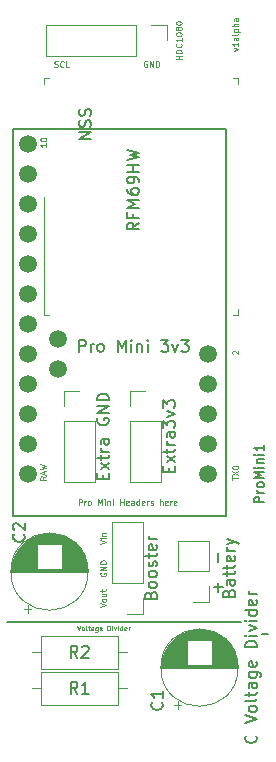
<source format=gbr>
%TF.GenerationSoftware,KiCad,Pcbnew,6.0.2+dfsg-1*%
%TF.CreationDate,2022-08-09T13:08:27+02:00*%
%TF.ProjectId,shield,73686965-6c64-42e6-9b69-6361645f7063,rev?*%
%TF.SameCoordinates,Original*%
%TF.FileFunction,Legend,Top*%
%TF.FilePolarity,Positive*%
%FSLAX46Y46*%
G04 Gerber Fmt 4.6, Leading zero omitted, Abs format (unit mm)*
G04 Created by KiCad (PCBNEW 6.0.2+dfsg-1) date 2022-08-09 13:08:27*
%MOMM*%
%LPD*%
G01*
G04 APERTURE LIST*
%ADD10C,0.150000*%
%ADD11C,0.125000*%
%ADD12C,0.100000*%
%ADD13C,0.160000*%
%ADD14C,0.120000*%
%ADD15C,1.501140*%
G04 APERTURE END LIST*
D10*
X115062000Y-103124000D02*
X115570000Y-103124000D01*
X113284000Y-102108000D02*
X93472000Y-102108000D01*
D11*
X112668857Y-53716857D02*
X113002190Y-53597809D01*
X112668857Y-53478761D01*
X113002190Y-53026380D02*
X113002190Y-53312095D01*
X113002190Y-53169238D02*
X112502190Y-53169238D01*
X112573619Y-53216857D01*
X112621238Y-53264476D01*
X112645047Y-53312095D01*
X113002190Y-52597809D02*
X112740285Y-52597809D01*
X112692666Y-52621619D01*
X112668857Y-52669238D01*
X112668857Y-52764476D01*
X112692666Y-52812095D01*
X112978380Y-52597809D02*
X113002190Y-52645428D01*
X113002190Y-52764476D01*
X112978380Y-52812095D01*
X112930761Y-52835904D01*
X112883142Y-52835904D01*
X112835523Y-52812095D01*
X112811714Y-52764476D01*
X112811714Y-52645428D01*
X112787904Y-52597809D01*
X113002190Y-52288285D02*
X112978380Y-52335904D01*
X112930761Y-52359714D01*
X112502190Y-52359714D01*
X112668857Y-52097809D02*
X113168857Y-52097809D01*
X112692666Y-52097809D02*
X112668857Y-52050190D01*
X112668857Y-51954952D01*
X112692666Y-51907333D01*
X112716476Y-51883523D01*
X112764095Y-51859714D01*
X112906952Y-51859714D01*
X112954571Y-51883523D01*
X112978380Y-51907333D01*
X113002190Y-51954952D01*
X113002190Y-52050190D01*
X112978380Y-52097809D01*
X113002190Y-51645428D02*
X112502190Y-51645428D01*
X113002190Y-51431142D02*
X112740285Y-51431142D01*
X112692666Y-51454952D01*
X112668857Y-51502571D01*
X112668857Y-51574000D01*
X112692666Y-51621619D01*
X112716476Y-51645428D01*
X113002190Y-50978761D02*
X112740285Y-50978761D01*
X112692666Y-51002571D01*
X112668857Y-51050190D01*
X112668857Y-51145428D01*
X112692666Y-51193047D01*
X112978380Y-50978761D02*
X113002190Y-51026380D01*
X113002190Y-51145428D01*
X112978380Y-51193047D01*
X112930761Y-51216857D01*
X112883142Y-51216857D01*
X112835523Y-51193047D01*
X112811714Y-51145428D01*
X112811714Y-51026380D01*
X112787904Y-50978761D01*
D10*
X105592571Y-99797904D02*
X105640190Y-99655047D01*
X105687809Y-99607428D01*
X105783047Y-99559809D01*
X105925904Y-99559809D01*
X106021142Y-99607428D01*
X106068761Y-99655047D01*
X106116380Y-99750285D01*
X106116380Y-100131238D01*
X105116380Y-100131238D01*
X105116380Y-99797904D01*
X105164000Y-99702666D01*
X105211619Y-99655047D01*
X105306857Y-99607428D01*
X105402095Y-99607428D01*
X105497333Y-99655047D01*
X105544952Y-99702666D01*
X105592571Y-99797904D01*
X105592571Y-100131238D01*
X106116380Y-98988380D02*
X106068761Y-99083619D01*
X106021142Y-99131238D01*
X105925904Y-99178857D01*
X105640190Y-99178857D01*
X105544952Y-99131238D01*
X105497333Y-99083619D01*
X105449714Y-98988380D01*
X105449714Y-98845523D01*
X105497333Y-98750285D01*
X105544952Y-98702666D01*
X105640190Y-98655047D01*
X105925904Y-98655047D01*
X106021142Y-98702666D01*
X106068761Y-98750285D01*
X106116380Y-98845523D01*
X106116380Y-98988380D01*
X106116380Y-98083619D02*
X106068761Y-98178857D01*
X106021142Y-98226476D01*
X105925904Y-98274095D01*
X105640190Y-98274095D01*
X105544952Y-98226476D01*
X105497333Y-98178857D01*
X105449714Y-98083619D01*
X105449714Y-97940761D01*
X105497333Y-97845523D01*
X105544952Y-97797904D01*
X105640190Y-97750285D01*
X105925904Y-97750285D01*
X106021142Y-97797904D01*
X106068761Y-97845523D01*
X106116380Y-97940761D01*
X106116380Y-98083619D01*
X106068761Y-97369333D02*
X106116380Y-97274095D01*
X106116380Y-97083619D01*
X106068761Y-96988380D01*
X105973523Y-96940761D01*
X105925904Y-96940761D01*
X105830666Y-96988380D01*
X105783047Y-97083619D01*
X105783047Y-97226476D01*
X105735428Y-97321714D01*
X105640190Y-97369333D01*
X105592571Y-97369333D01*
X105497333Y-97321714D01*
X105449714Y-97226476D01*
X105449714Y-97083619D01*
X105497333Y-96988380D01*
X105449714Y-96655047D02*
X105449714Y-96274095D01*
X105116380Y-96512190D02*
X105973523Y-96512190D01*
X106068761Y-96464571D01*
X106116380Y-96369333D01*
X106116380Y-96274095D01*
X106068761Y-95559809D02*
X106116380Y-95655047D01*
X106116380Y-95845523D01*
X106068761Y-95940761D01*
X105973523Y-95988380D01*
X105592571Y-95988380D01*
X105497333Y-95940761D01*
X105449714Y-95845523D01*
X105449714Y-95655047D01*
X105497333Y-95559809D01*
X105592571Y-95512190D01*
X105687809Y-95512190D01*
X105783047Y-95988380D01*
X106116380Y-95083619D02*
X105449714Y-95083619D01*
X105640190Y-95083619D02*
X105544952Y-95036000D01*
X105497333Y-94988380D01*
X105449714Y-94893142D01*
X105449714Y-94797904D01*
D11*
X99489142Y-92174190D02*
X99489142Y-91674190D01*
X99679619Y-91674190D01*
X99727238Y-91698000D01*
X99751047Y-91721809D01*
X99774857Y-91769428D01*
X99774857Y-91840857D01*
X99751047Y-91888476D01*
X99727238Y-91912285D01*
X99679619Y-91936095D01*
X99489142Y-91936095D01*
X99989142Y-92174190D02*
X99989142Y-91840857D01*
X99989142Y-91936095D02*
X100012952Y-91888476D01*
X100036761Y-91864666D01*
X100084380Y-91840857D01*
X100132000Y-91840857D01*
X100370095Y-92174190D02*
X100322476Y-92150380D01*
X100298666Y-92126571D01*
X100274857Y-92078952D01*
X100274857Y-91936095D01*
X100298666Y-91888476D01*
X100322476Y-91864666D01*
X100370095Y-91840857D01*
X100441523Y-91840857D01*
X100489142Y-91864666D01*
X100512952Y-91888476D01*
X100536761Y-91936095D01*
X100536761Y-92078952D01*
X100512952Y-92126571D01*
X100489142Y-92150380D01*
X100441523Y-92174190D01*
X100370095Y-92174190D01*
X101132000Y-92174190D02*
X101132000Y-91674190D01*
X101298666Y-92031333D01*
X101465333Y-91674190D01*
X101465333Y-92174190D01*
X101703428Y-92174190D02*
X101703428Y-91840857D01*
X101703428Y-91674190D02*
X101679619Y-91698000D01*
X101703428Y-91721809D01*
X101727238Y-91698000D01*
X101703428Y-91674190D01*
X101703428Y-91721809D01*
X101941523Y-91840857D02*
X101941523Y-92174190D01*
X101941523Y-91888476D02*
X101965333Y-91864666D01*
X102012952Y-91840857D01*
X102084380Y-91840857D01*
X102132000Y-91864666D01*
X102155809Y-91912285D01*
X102155809Y-92174190D01*
X102393904Y-92174190D02*
X102393904Y-91840857D01*
X102393904Y-91674190D02*
X102370095Y-91698000D01*
X102393904Y-91721809D01*
X102417714Y-91698000D01*
X102393904Y-91674190D01*
X102393904Y-91721809D01*
X103012952Y-92174190D02*
X103012952Y-91674190D01*
X103012952Y-91912285D02*
X103298666Y-91912285D01*
X103298666Y-92174190D02*
X103298666Y-91674190D01*
X103727238Y-92150380D02*
X103679619Y-92174190D01*
X103584380Y-92174190D01*
X103536761Y-92150380D01*
X103512952Y-92102761D01*
X103512952Y-91912285D01*
X103536761Y-91864666D01*
X103584380Y-91840857D01*
X103679619Y-91840857D01*
X103727238Y-91864666D01*
X103751047Y-91912285D01*
X103751047Y-91959904D01*
X103512952Y-92007523D01*
X104179619Y-92174190D02*
X104179619Y-91912285D01*
X104155809Y-91864666D01*
X104108190Y-91840857D01*
X104012952Y-91840857D01*
X103965333Y-91864666D01*
X104179619Y-92150380D02*
X104132000Y-92174190D01*
X104012952Y-92174190D01*
X103965333Y-92150380D01*
X103941523Y-92102761D01*
X103941523Y-92055142D01*
X103965333Y-92007523D01*
X104012952Y-91983714D01*
X104132000Y-91983714D01*
X104179619Y-91959904D01*
X104632000Y-92174190D02*
X104632000Y-91674190D01*
X104632000Y-92150380D02*
X104584380Y-92174190D01*
X104489142Y-92174190D01*
X104441523Y-92150380D01*
X104417714Y-92126571D01*
X104393904Y-92078952D01*
X104393904Y-91936095D01*
X104417714Y-91888476D01*
X104441523Y-91864666D01*
X104489142Y-91840857D01*
X104584380Y-91840857D01*
X104632000Y-91864666D01*
X105060571Y-92150380D02*
X105012952Y-92174190D01*
X104917714Y-92174190D01*
X104870095Y-92150380D01*
X104846285Y-92102761D01*
X104846285Y-91912285D01*
X104870095Y-91864666D01*
X104917714Y-91840857D01*
X105012952Y-91840857D01*
X105060571Y-91864666D01*
X105084380Y-91912285D01*
X105084380Y-91959904D01*
X104846285Y-92007523D01*
X105298666Y-92174190D02*
X105298666Y-91840857D01*
X105298666Y-91936095D02*
X105322476Y-91888476D01*
X105346285Y-91864666D01*
X105393904Y-91840857D01*
X105441523Y-91840857D01*
X105584380Y-92150380D02*
X105632000Y-92174190D01*
X105727238Y-92174190D01*
X105774857Y-92150380D01*
X105798666Y-92102761D01*
X105798666Y-92078952D01*
X105774857Y-92031333D01*
X105727238Y-92007523D01*
X105655809Y-92007523D01*
X105608190Y-91983714D01*
X105584380Y-91936095D01*
X105584380Y-91912285D01*
X105608190Y-91864666D01*
X105655809Y-91840857D01*
X105727238Y-91840857D01*
X105774857Y-91864666D01*
X106393904Y-92174190D02*
X106393904Y-91674190D01*
X106608190Y-92174190D02*
X106608190Y-91912285D01*
X106584380Y-91864666D01*
X106536761Y-91840857D01*
X106465333Y-91840857D01*
X106417714Y-91864666D01*
X106393904Y-91888476D01*
X107036761Y-92150380D02*
X106989142Y-92174190D01*
X106893904Y-92174190D01*
X106846285Y-92150380D01*
X106822476Y-92102761D01*
X106822476Y-91912285D01*
X106846285Y-91864666D01*
X106893904Y-91840857D01*
X106989142Y-91840857D01*
X107036761Y-91864666D01*
X107060571Y-91912285D01*
X107060571Y-91959904D01*
X106822476Y-92007523D01*
X107274857Y-92174190D02*
X107274857Y-91840857D01*
X107274857Y-91936095D02*
X107298666Y-91888476D01*
X107322476Y-91864666D01*
X107370095Y-91840857D01*
X107417714Y-91840857D01*
X107774857Y-92150380D02*
X107727238Y-92174190D01*
X107632000Y-92174190D01*
X107584380Y-92150380D01*
X107560571Y-92102761D01*
X107560571Y-91912285D01*
X107584380Y-91864666D01*
X107632000Y-91840857D01*
X107727238Y-91840857D01*
X107774857Y-91864666D01*
X107798666Y-91912285D01*
X107798666Y-91959904D01*
X107560571Y-92007523D01*
X101350000Y-97916952D02*
X101326190Y-97964571D01*
X101326190Y-98036000D01*
X101350000Y-98107428D01*
X101397619Y-98155047D01*
X101445238Y-98178857D01*
X101540476Y-98202666D01*
X101611904Y-98202666D01*
X101707142Y-98178857D01*
X101754761Y-98155047D01*
X101802380Y-98107428D01*
X101826190Y-98036000D01*
X101826190Y-97988380D01*
X101802380Y-97916952D01*
X101778571Y-97893142D01*
X101611904Y-97893142D01*
X101611904Y-97988380D01*
X101826190Y-97678857D02*
X101326190Y-97678857D01*
X101826190Y-97393142D01*
X101326190Y-97393142D01*
X101826190Y-97155047D02*
X101326190Y-97155047D01*
X101326190Y-97036000D01*
X101350000Y-96964571D01*
X101397619Y-96916952D01*
X101445238Y-96893142D01*
X101540476Y-96869333D01*
X101611904Y-96869333D01*
X101707142Y-96893142D01*
X101754761Y-96916952D01*
X101802380Y-96964571D01*
X101826190Y-97036000D01*
X101826190Y-97155047D01*
X112549809Y-79390857D02*
X112526000Y-79367047D01*
X112502190Y-79319428D01*
X112502190Y-79200380D01*
X112526000Y-79152761D01*
X112549809Y-79128952D01*
X112597428Y-79105142D01*
X112645047Y-79105142D01*
X112716476Y-79128952D01*
X113002190Y-79414666D01*
X113002190Y-79105142D01*
X112502190Y-90027047D02*
X112502190Y-89741333D01*
X113002190Y-89884190D02*
X112502190Y-89884190D01*
X112502190Y-89622285D02*
X113002190Y-89288952D01*
X112502190Y-89288952D02*
X113002190Y-89622285D01*
X112502190Y-89003238D02*
X112502190Y-88955619D01*
X112526000Y-88908000D01*
X112549809Y-88884190D01*
X112597428Y-88860380D01*
X112692666Y-88836571D01*
X112811714Y-88836571D01*
X112906952Y-88860380D01*
X112954571Y-88884190D01*
X112978380Y-88908000D01*
X113002190Y-88955619D01*
X113002190Y-89003238D01*
X112978380Y-89050857D01*
X112954571Y-89074666D01*
X112906952Y-89098476D01*
X112811714Y-89122285D01*
X112692666Y-89122285D01*
X112597428Y-89098476D01*
X112549809Y-89074666D01*
X112526000Y-89050857D01*
X112502190Y-89003238D01*
D10*
X112196571Y-99607428D02*
X112244190Y-99464571D01*
X112291809Y-99416952D01*
X112387047Y-99369333D01*
X112529904Y-99369333D01*
X112625142Y-99416952D01*
X112672761Y-99464571D01*
X112720380Y-99559809D01*
X112720380Y-99940761D01*
X111720380Y-99940761D01*
X111720380Y-99607428D01*
X111768000Y-99512190D01*
X111815619Y-99464571D01*
X111910857Y-99416952D01*
X112006095Y-99416952D01*
X112101333Y-99464571D01*
X112148952Y-99512190D01*
X112196571Y-99607428D01*
X112196571Y-99940761D01*
X112720380Y-98512190D02*
X112196571Y-98512190D01*
X112101333Y-98559809D01*
X112053714Y-98655047D01*
X112053714Y-98845523D01*
X112101333Y-98940761D01*
X112672761Y-98512190D02*
X112720380Y-98607428D01*
X112720380Y-98845523D01*
X112672761Y-98940761D01*
X112577523Y-98988380D01*
X112482285Y-98988380D01*
X112387047Y-98940761D01*
X112339428Y-98845523D01*
X112339428Y-98607428D01*
X112291809Y-98512190D01*
X112053714Y-98178857D02*
X112053714Y-97797904D01*
X111720380Y-98036000D02*
X112577523Y-98036000D01*
X112672761Y-97988380D01*
X112720380Y-97893142D01*
X112720380Y-97797904D01*
X112053714Y-97607428D02*
X112053714Y-97226476D01*
X111720380Y-97464571D02*
X112577523Y-97464571D01*
X112672761Y-97416952D01*
X112720380Y-97321714D01*
X112720380Y-97226476D01*
X112672761Y-96512190D02*
X112720380Y-96607428D01*
X112720380Y-96797904D01*
X112672761Y-96893142D01*
X112577523Y-96940761D01*
X112196571Y-96940761D01*
X112101333Y-96893142D01*
X112053714Y-96797904D01*
X112053714Y-96607428D01*
X112101333Y-96512190D01*
X112196571Y-96464571D01*
X112291809Y-96464571D01*
X112387047Y-96940761D01*
X112720380Y-96036000D02*
X112053714Y-96036000D01*
X112244190Y-96036000D02*
X112148952Y-95988380D01*
X112101333Y-95940761D01*
X112053714Y-95845523D01*
X112053714Y-95750285D01*
X112053714Y-95512190D02*
X112720380Y-95274095D01*
X112053714Y-95036000D02*
X112720380Y-95274095D01*
X112958476Y-95369333D01*
X113006095Y-95416952D01*
X113053714Y-95512190D01*
X111323428Y-99528573D02*
X111323428Y-98766668D01*
X111704380Y-99147621D02*
X110942476Y-99147621D01*
D11*
X96746190Y-61563238D02*
X96746190Y-61848952D01*
X96746190Y-61706095D02*
X96246190Y-61706095D01*
X96317619Y-61753714D01*
X96365238Y-61801333D01*
X96389047Y-61848952D01*
X96246190Y-61253714D02*
X96246190Y-61206095D01*
X96270000Y-61158476D01*
X96293809Y-61134666D01*
X96341428Y-61110857D01*
X96436666Y-61087047D01*
X96555714Y-61087047D01*
X96650952Y-61110857D01*
X96698571Y-61134666D01*
X96722380Y-61158476D01*
X96746190Y-61206095D01*
X96746190Y-61253714D01*
X96722380Y-61301333D01*
X96698571Y-61325142D01*
X96650952Y-61348952D01*
X96555714Y-61372761D01*
X96436666Y-61372761D01*
X96341428Y-61348952D01*
X96293809Y-61325142D01*
X96270000Y-61301333D01*
X96246190Y-61253714D01*
X101326190Y-95507904D02*
X101826190Y-95341238D01*
X101326190Y-95174571D01*
X101826190Y-95007904D02*
X101492857Y-95007904D01*
X101326190Y-95007904D02*
X101350000Y-95031714D01*
X101373809Y-95007904D01*
X101350000Y-94984095D01*
X101326190Y-95007904D01*
X101373809Y-95007904D01*
X101492857Y-94769809D02*
X101826190Y-94769809D01*
X101540476Y-94769809D02*
X101516666Y-94746000D01*
X101492857Y-94698380D01*
X101492857Y-94626952D01*
X101516666Y-94579333D01*
X101564285Y-94555523D01*
X101826190Y-94555523D01*
X96746190Y-89753238D02*
X96508095Y-89919904D01*
X96746190Y-90038952D02*
X96246190Y-90038952D01*
X96246190Y-89848476D01*
X96270000Y-89800857D01*
X96293809Y-89777047D01*
X96341428Y-89753238D01*
X96412857Y-89753238D01*
X96460476Y-89777047D01*
X96484285Y-89800857D01*
X96508095Y-89848476D01*
X96508095Y-90038952D01*
X96603333Y-89562761D02*
X96603333Y-89324666D01*
X96746190Y-89610380D02*
X96246190Y-89443714D01*
X96746190Y-89277047D01*
X96246190Y-89158000D02*
X96746190Y-89038952D01*
X96389047Y-88943714D01*
X96746190Y-88848476D01*
X96246190Y-88729428D01*
D10*
X111323428Y-96988573D02*
X111323428Y-96226668D01*
D11*
X105283047Y-54614000D02*
X105235428Y-54590190D01*
X105164000Y-54590190D01*
X105092571Y-54614000D01*
X105044952Y-54661619D01*
X105021142Y-54709238D01*
X104997333Y-54804476D01*
X104997333Y-54875904D01*
X105021142Y-54971142D01*
X105044952Y-55018761D01*
X105092571Y-55066380D01*
X105164000Y-55090190D01*
X105211619Y-55090190D01*
X105283047Y-55066380D01*
X105306857Y-55042571D01*
X105306857Y-54875904D01*
X105211619Y-54875904D01*
X105521142Y-55090190D02*
X105521142Y-54590190D01*
X105806857Y-55090190D01*
X105806857Y-54590190D01*
X106044952Y-55090190D02*
X106044952Y-54590190D01*
X106164000Y-54590190D01*
X106235428Y-54614000D01*
X106283047Y-54661619D01*
X106306857Y-54709238D01*
X106330666Y-54804476D01*
X106330666Y-54875904D01*
X106306857Y-54971142D01*
X106283047Y-55018761D01*
X106235428Y-55066380D01*
X106164000Y-55090190D01*
X106044952Y-55090190D01*
X97448761Y-55066380D02*
X97520190Y-55090190D01*
X97639238Y-55090190D01*
X97686857Y-55066380D01*
X97710666Y-55042571D01*
X97734476Y-54994952D01*
X97734476Y-54947333D01*
X97710666Y-54899714D01*
X97686857Y-54875904D01*
X97639238Y-54852095D01*
X97544000Y-54828285D01*
X97496380Y-54804476D01*
X97472571Y-54780666D01*
X97448761Y-54733047D01*
X97448761Y-54685428D01*
X97472571Y-54637809D01*
X97496380Y-54614000D01*
X97544000Y-54590190D01*
X97663047Y-54590190D01*
X97734476Y-54614000D01*
X98234476Y-55042571D02*
X98210666Y-55066380D01*
X98139238Y-55090190D01*
X98091619Y-55090190D01*
X98020190Y-55066380D01*
X97972571Y-55018761D01*
X97948761Y-54971142D01*
X97924952Y-54875904D01*
X97924952Y-54804476D01*
X97948761Y-54709238D01*
X97972571Y-54661619D01*
X98020190Y-54614000D01*
X98091619Y-54590190D01*
X98139238Y-54590190D01*
X98210666Y-54614000D01*
X98234476Y-54637809D01*
X98686857Y-55090190D02*
X98448761Y-55090190D01*
X98448761Y-54590190D01*
X101326190Y-100837904D02*
X101826190Y-100671238D01*
X101326190Y-100504571D01*
X101826190Y-100266476D02*
X101802380Y-100314095D01*
X101778571Y-100337904D01*
X101730952Y-100361714D01*
X101588095Y-100361714D01*
X101540476Y-100337904D01*
X101516666Y-100314095D01*
X101492857Y-100266476D01*
X101492857Y-100195047D01*
X101516666Y-100147428D01*
X101540476Y-100123619D01*
X101588095Y-100099809D01*
X101730952Y-100099809D01*
X101778571Y-100123619D01*
X101802380Y-100147428D01*
X101826190Y-100195047D01*
X101826190Y-100266476D01*
X101492857Y-99671238D02*
X101826190Y-99671238D01*
X101492857Y-99885523D02*
X101754761Y-99885523D01*
X101802380Y-99861714D01*
X101826190Y-99814095D01*
X101826190Y-99742666D01*
X101802380Y-99695047D01*
X101778571Y-99671238D01*
X101492857Y-99504571D02*
X101492857Y-99314095D01*
X101326190Y-99433142D02*
X101754761Y-99433142D01*
X101802380Y-99409333D01*
X101826190Y-99361714D01*
X101826190Y-99314095D01*
D12*
X99361904Y-102396952D02*
X99495238Y-102796952D01*
X99628571Y-102396952D01*
X99819047Y-102796952D02*
X99780952Y-102777904D01*
X99761904Y-102758857D01*
X99742857Y-102720761D01*
X99742857Y-102606476D01*
X99761904Y-102568380D01*
X99780952Y-102549333D01*
X99819047Y-102530285D01*
X99876190Y-102530285D01*
X99914285Y-102549333D01*
X99933333Y-102568380D01*
X99952380Y-102606476D01*
X99952380Y-102720761D01*
X99933333Y-102758857D01*
X99914285Y-102777904D01*
X99876190Y-102796952D01*
X99819047Y-102796952D01*
X100180952Y-102796952D02*
X100142857Y-102777904D01*
X100123809Y-102739809D01*
X100123809Y-102396952D01*
X100276190Y-102530285D02*
X100428571Y-102530285D01*
X100333333Y-102396952D02*
X100333333Y-102739809D01*
X100352380Y-102777904D01*
X100390476Y-102796952D01*
X100428571Y-102796952D01*
X100733333Y-102796952D02*
X100733333Y-102587428D01*
X100714285Y-102549333D01*
X100676190Y-102530285D01*
X100600000Y-102530285D01*
X100561904Y-102549333D01*
X100733333Y-102777904D02*
X100695238Y-102796952D01*
X100600000Y-102796952D01*
X100561904Y-102777904D01*
X100542857Y-102739809D01*
X100542857Y-102701714D01*
X100561904Y-102663619D01*
X100600000Y-102644571D01*
X100695238Y-102644571D01*
X100733333Y-102625523D01*
X101095238Y-102530285D02*
X101095238Y-102854095D01*
X101076190Y-102892190D01*
X101057142Y-102911238D01*
X101019047Y-102930285D01*
X100961904Y-102930285D01*
X100923809Y-102911238D01*
X101095238Y-102777904D02*
X101057142Y-102796952D01*
X100980952Y-102796952D01*
X100942857Y-102777904D01*
X100923809Y-102758857D01*
X100904761Y-102720761D01*
X100904761Y-102606476D01*
X100923809Y-102568380D01*
X100942857Y-102549333D01*
X100980952Y-102530285D01*
X101057142Y-102530285D01*
X101095238Y-102549333D01*
X101438095Y-102777904D02*
X101400000Y-102796952D01*
X101323809Y-102796952D01*
X101285714Y-102777904D01*
X101266666Y-102739809D01*
X101266666Y-102587428D01*
X101285714Y-102549333D01*
X101323809Y-102530285D01*
X101400000Y-102530285D01*
X101438095Y-102549333D01*
X101457142Y-102587428D01*
X101457142Y-102625523D01*
X101266666Y-102663619D01*
X101933333Y-102796952D02*
X101933333Y-102396952D01*
X102028571Y-102396952D01*
X102085714Y-102416000D01*
X102123809Y-102454095D01*
X102142857Y-102492190D01*
X102161904Y-102568380D01*
X102161904Y-102625523D01*
X102142857Y-102701714D01*
X102123809Y-102739809D01*
X102085714Y-102777904D01*
X102028571Y-102796952D01*
X101933333Y-102796952D01*
X102333333Y-102796952D02*
X102333333Y-102530285D01*
X102333333Y-102396952D02*
X102314285Y-102416000D01*
X102333333Y-102435047D01*
X102352380Y-102416000D01*
X102333333Y-102396952D01*
X102333333Y-102435047D01*
X102485714Y-102530285D02*
X102580952Y-102796952D01*
X102676190Y-102530285D01*
X102828571Y-102796952D02*
X102828571Y-102530285D01*
X102828571Y-102396952D02*
X102809523Y-102416000D01*
X102828571Y-102435047D01*
X102847619Y-102416000D01*
X102828571Y-102396952D01*
X102828571Y-102435047D01*
X103190476Y-102796952D02*
X103190476Y-102396952D01*
X103190476Y-102777904D02*
X103152380Y-102796952D01*
X103076190Y-102796952D01*
X103038095Y-102777904D01*
X103019047Y-102758857D01*
X103000000Y-102720761D01*
X103000000Y-102606476D01*
X103019047Y-102568380D01*
X103038095Y-102549333D01*
X103076190Y-102530285D01*
X103152380Y-102530285D01*
X103190476Y-102549333D01*
X103533333Y-102777904D02*
X103495238Y-102796952D01*
X103419047Y-102796952D01*
X103380952Y-102777904D01*
X103361904Y-102739809D01*
X103361904Y-102587428D01*
X103380952Y-102549333D01*
X103419047Y-102530285D01*
X103495238Y-102530285D01*
X103533333Y-102549333D01*
X103552380Y-102587428D01*
X103552380Y-102625523D01*
X103361904Y-102663619D01*
X103723809Y-102796952D02*
X103723809Y-102530285D01*
X103723809Y-102606476D02*
X103742857Y-102568380D01*
X103761904Y-102549333D01*
X103800000Y-102530285D01*
X103838095Y-102530285D01*
D10*
X104592380Y-68270095D02*
X104116190Y-68603428D01*
X104592380Y-68841523D02*
X103592380Y-68841523D01*
X103592380Y-68460571D01*
X103640000Y-68365333D01*
X103687619Y-68317714D01*
X103782857Y-68270095D01*
X103925714Y-68270095D01*
X104020952Y-68317714D01*
X104068571Y-68365333D01*
X104116190Y-68460571D01*
X104116190Y-68841523D01*
X104068571Y-67508190D02*
X104068571Y-67841523D01*
X104592380Y-67841523D02*
X103592380Y-67841523D01*
X103592380Y-67365333D01*
X104592380Y-66984380D02*
X103592380Y-66984380D01*
X104306666Y-66651047D01*
X103592380Y-66317714D01*
X104592380Y-66317714D01*
X103592380Y-65412952D02*
X103592380Y-65603428D01*
X103640000Y-65698666D01*
X103687619Y-65746285D01*
X103830476Y-65841523D01*
X104020952Y-65889142D01*
X104401904Y-65889142D01*
X104497142Y-65841523D01*
X104544761Y-65793904D01*
X104592380Y-65698666D01*
X104592380Y-65508190D01*
X104544761Y-65412952D01*
X104497142Y-65365333D01*
X104401904Y-65317714D01*
X104163809Y-65317714D01*
X104068571Y-65365333D01*
X104020952Y-65412952D01*
X103973333Y-65508190D01*
X103973333Y-65698666D01*
X104020952Y-65793904D01*
X104068571Y-65841523D01*
X104163809Y-65889142D01*
X104592380Y-64841523D02*
X104592380Y-64651047D01*
X104544761Y-64555809D01*
X104497142Y-64508190D01*
X104354285Y-64412952D01*
X104163809Y-64365333D01*
X103782857Y-64365333D01*
X103687619Y-64412952D01*
X103640000Y-64460571D01*
X103592380Y-64555809D01*
X103592380Y-64746285D01*
X103640000Y-64841523D01*
X103687619Y-64889142D01*
X103782857Y-64936761D01*
X104020952Y-64936761D01*
X104116190Y-64889142D01*
X104163809Y-64841523D01*
X104211428Y-64746285D01*
X104211428Y-64555809D01*
X104163809Y-64460571D01*
X104116190Y-64412952D01*
X104020952Y-64365333D01*
X104592380Y-63936761D02*
X103592380Y-63936761D01*
X104068571Y-63936761D02*
X104068571Y-63365333D01*
X104592380Y-63365333D02*
X103592380Y-63365333D01*
X103592380Y-62984380D02*
X104592380Y-62746285D01*
X103878095Y-62555809D01*
X104592380Y-62365333D01*
X103592380Y-62127238D01*
X101528571Y-89931428D02*
X101528571Y-89598095D01*
X102052380Y-89455238D02*
X102052380Y-89931428D01*
X101052380Y-89931428D01*
X101052380Y-89455238D01*
X102052380Y-89121904D02*
X101385714Y-88598095D01*
X101385714Y-89121904D02*
X102052380Y-88598095D01*
X101385714Y-88360000D02*
X101385714Y-87979047D01*
X101052380Y-88217142D02*
X101909523Y-88217142D01*
X102004761Y-88169523D01*
X102052380Y-88074285D01*
X102052380Y-87979047D01*
X102052380Y-87645714D02*
X101385714Y-87645714D01*
X101576190Y-87645714D02*
X101480952Y-87598095D01*
X101433333Y-87550476D01*
X101385714Y-87455238D01*
X101385714Y-87360000D01*
X102052380Y-86598095D02*
X101528571Y-86598095D01*
X101433333Y-86645714D01*
X101385714Y-86740952D01*
X101385714Y-86931428D01*
X101433333Y-87026666D01*
X102004761Y-86598095D02*
X102052380Y-86693333D01*
X102052380Y-86931428D01*
X102004761Y-87026666D01*
X101909523Y-87074285D01*
X101814285Y-87074285D01*
X101719047Y-87026666D01*
X101671428Y-86931428D01*
X101671428Y-86693333D01*
X101623809Y-86598095D01*
X101100000Y-84836190D02*
X101052380Y-84931428D01*
X101052380Y-85074285D01*
X101100000Y-85217142D01*
X101195238Y-85312380D01*
X101290476Y-85360000D01*
X101480952Y-85407619D01*
X101623809Y-85407619D01*
X101814285Y-85360000D01*
X101909523Y-85312380D01*
X102004761Y-85217142D01*
X102052380Y-85074285D01*
X102052380Y-84979047D01*
X102004761Y-84836190D01*
X101957142Y-84788571D01*
X101623809Y-84788571D01*
X101623809Y-84979047D01*
X102052380Y-84360000D02*
X101052380Y-84360000D01*
X102052380Y-83788571D01*
X101052380Y-83788571D01*
X102052380Y-83312380D02*
X101052380Y-83312380D01*
X101052380Y-83074285D01*
X101100000Y-82931428D01*
X101195238Y-82836190D01*
X101290476Y-82788571D01*
X101480952Y-82740952D01*
X101623809Y-82740952D01*
X101814285Y-82788571D01*
X101909523Y-82836190D01*
X102004761Y-82931428D01*
X102052380Y-83074285D01*
X102052380Y-83312380D01*
X100528380Y-61182095D02*
X99528380Y-61182095D01*
X100528380Y-60610666D01*
X99528380Y-60610666D01*
X100480761Y-60182095D02*
X100528380Y-60039238D01*
X100528380Y-59801142D01*
X100480761Y-59705904D01*
X100433142Y-59658285D01*
X100337904Y-59610666D01*
X100242666Y-59610666D01*
X100147428Y-59658285D01*
X100099809Y-59705904D01*
X100052190Y-59801142D01*
X100004571Y-59991619D01*
X99956952Y-60086857D01*
X99909333Y-60134476D01*
X99814095Y-60182095D01*
X99718857Y-60182095D01*
X99623619Y-60134476D01*
X99576000Y-60086857D01*
X99528380Y-59991619D01*
X99528380Y-59753523D01*
X99576000Y-59610666D01*
X100480761Y-59229714D02*
X100528380Y-59086857D01*
X100528380Y-58848761D01*
X100480761Y-58753523D01*
X100433142Y-58705904D01*
X100337904Y-58658285D01*
X100242666Y-58658285D01*
X100147428Y-58705904D01*
X100099809Y-58753523D01*
X100052190Y-58848761D01*
X100004571Y-59039238D01*
X99956952Y-59134476D01*
X99909333Y-59182095D01*
X99814095Y-59229714D01*
X99718857Y-59229714D01*
X99623619Y-59182095D01*
X99576000Y-59134476D01*
X99528380Y-59039238D01*
X99528380Y-58801142D01*
X99576000Y-58658285D01*
%TO.C,C2*%
X94845142Y-94654666D02*
X94892761Y-94702285D01*
X94940380Y-94845142D01*
X94940380Y-94940380D01*
X94892761Y-95083238D01*
X94797523Y-95178476D01*
X94702285Y-95226095D01*
X94511809Y-95273714D01*
X94368952Y-95273714D01*
X94178476Y-95226095D01*
X94083238Y-95178476D01*
X93988000Y-95083238D01*
X93940380Y-94940380D01*
X93940380Y-94845142D01*
X93988000Y-94702285D01*
X94035619Y-94654666D01*
X94035619Y-94273714D02*
X93988000Y-94226095D01*
X93940380Y-94130857D01*
X93940380Y-93892761D01*
X93988000Y-93797523D01*
X94035619Y-93749904D01*
X94130857Y-93702285D01*
X94226095Y-93702285D01*
X94368952Y-93749904D01*
X94940380Y-94321333D01*
X94940380Y-93702285D01*
X94831310Y-94652912D02*
X94878929Y-94700531D01*
X94926548Y-94843388D01*
X94926548Y-94938626D01*
X94878929Y-95081484D01*
X94783691Y-95176722D01*
X94688453Y-95224341D01*
X94497977Y-95271960D01*
X94355120Y-95271960D01*
X94164644Y-95224341D01*
X94069406Y-95176722D01*
X93974168Y-95081484D01*
X93926548Y-94938626D01*
X93926548Y-94843388D01*
X93974168Y-94700531D01*
X94021787Y-94652912D01*
X94021787Y-94271960D02*
X93974168Y-94224341D01*
X93926548Y-94129103D01*
X93926548Y-93891007D01*
X93974168Y-93795769D01*
X94021787Y-93748150D01*
X94117025Y-93700531D01*
X94212263Y-93700531D01*
X94355120Y-93748150D01*
X94926548Y-94319579D01*
X94926548Y-93700531D01*
%TO.C,R1*%
X99401333Y-108148380D02*
X99068000Y-107672190D01*
X98829904Y-108148380D02*
X98829904Y-107148380D01*
X99210857Y-107148380D01*
X99306095Y-107196000D01*
X99353714Y-107243619D01*
X99401333Y-107338857D01*
X99401333Y-107481714D01*
X99353714Y-107576952D01*
X99306095Y-107624571D01*
X99210857Y-107672190D01*
X98829904Y-107672190D01*
X100353714Y-108148380D02*
X99782285Y-108148380D01*
X100068000Y-108148380D02*
X100068000Y-107148380D01*
X99972761Y-107291238D01*
X99877523Y-107386476D01*
X99782285Y-107434095D01*
%TO.C,Extra3v3*%
X107116571Y-89360000D02*
X107116571Y-89026666D01*
X107640380Y-88883809D02*
X107640380Y-89360000D01*
X106640380Y-89360000D01*
X106640380Y-88883809D01*
X107640380Y-88550476D02*
X106973714Y-88026666D01*
X106973714Y-88550476D02*
X107640380Y-88026666D01*
X106973714Y-87788571D02*
X106973714Y-87407619D01*
X106640380Y-87645714D02*
X107497523Y-87645714D01*
X107592761Y-87598095D01*
X107640380Y-87502857D01*
X107640380Y-87407619D01*
X107640380Y-87074285D02*
X106973714Y-87074285D01*
X107164190Y-87074285D02*
X107068952Y-87026666D01*
X107021333Y-86979047D01*
X106973714Y-86883809D01*
X106973714Y-86788571D01*
X107640380Y-86026666D02*
X107116571Y-86026666D01*
X107021333Y-86074285D01*
X106973714Y-86169523D01*
X106973714Y-86360000D01*
X107021333Y-86455238D01*
X107592761Y-86026666D02*
X107640380Y-86121904D01*
X107640380Y-86360000D01*
X107592761Y-86455238D01*
X107497523Y-86502857D01*
X107402285Y-86502857D01*
X107307047Y-86455238D01*
X107259428Y-86360000D01*
X107259428Y-86121904D01*
X107211809Y-86026666D01*
X106640380Y-85645714D02*
X106640380Y-85026666D01*
X107021333Y-85360000D01*
X107021333Y-85217142D01*
X107068952Y-85121904D01*
X107116571Y-85074285D01*
X107211809Y-85026666D01*
X107449904Y-85026666D01*
X107545142Y-85074285D01*
X107592761Y-85121904D01*
X107640380Y-85217142D01*
X107640380Y-85502857D01*
X107592761Y-85598095D01*
X107545142Y-85645714D01*
X106973714Y-84693333D02*
X107640380Y-84455238D01*
X106973714Y-84217142D01*
X106640380Y-83931428D02*
X106640380Y-83312380D01*
X107021333Y-83645714D01*
X107021333Y-83502857D01*
X107068952Y-83407619D01*
X107116571Y-83360000D01*
X107211809Y-83312380D01*
X107449904Y-83312380D01*
X107545142Y-83360000D01*
X107592761Y-83407619D01*
X107640380Y-83502857D01*
X107640380Y-83788571D01*
X107592761Y-83883809D01*
X107545142Y-83931428D01*
D11*
%TO.C,HDC1080*%
X108220190Y-54427238D02*
X107720190Y-54427238D01*
X107958285Y-54427238D02*
X107958285Y-54141523D01*
X108220190Y-54141523D02*
X107720190Y-54141523D01*
X108220190Y-53903428D02*
X107720190Y-53903428D01*
X107720190Y-53784380D01*
X107744000Y-53712952D01*
X107791619Y-53665333D01*
X107839238Y-53641523D01*
X107934476Y-53617714D01*
X108005904Y-53617714D01*
X108101142Y-53641523D01*
X108148761Y-53665333D01*
X108196380Y-53712952D01*
X108220190Y-53784380D01*
X108220190Y-53903428D01*
X108172571Y-53117714D02*
X108196380Y-53141523D01*
X108220190Y-53212952D01*
X108220190Y-53260571D01*
X108196380Y-53332000D01*
X108148761Y-53379619D01*
X108101142Y-53403428D01*
X108005904Y-53427238D01*
X107934476Y-53427238D01*
X107839238Y-53403428D01*
X107791619Y-53379619D01*
X107744000Y-53332000D01*
X107720190Y-53260571D01*
X107720190Y-53212952D01*
X107744000Y-53141523D01*
X107767809Y-53117714D01*
X108220190Y-52641523D02*
X108220190Y-52927238D01*
X108220190Y-52784380D02*
X107720190Y-52784380D01*
X107791619Y-52832000D01*
X107839238Y-52879619D01*
X107863047Y-52927238D01*
X107720190Y-52332000D02*
X107720190Y-52284380D01*
X107744000Y-52236761D01*
X107767809Y-52212952D01*
X107815428Y-52189142D01*
X107910666Y-52165333D01*
X108029714Y-52165333D01*
X108124952Y-52189142D01*
X108172571Y-52212952D01*
X108196380Y-52236761D01*
X108220190Y-52284380D01*
X108220190Y-52332000D01*
X108196380Y-52379619D01*
X108172571Y-52403428D01*
X108124952Y-52427238D01*
X108029714Y-52451047D01*
X107910666Y-52451047D01*
X107815428Y-52427238D01*
X107767809Y-52403428D01*
X107744000Y-52379619D01*
X107720190Y-52332000D01*
X107934476Y-51879619D02*
X107910666Y-51927238D01*
X107886857Y-51951047D01*
X107839238Y-51974857D01*
X107815428Y-51974857D01*
X107767809Y-51951047D01*
X107744000Y-51927238D01*
X107720190Y-51879619D01*
X107720190Y-51784380D01*
X107744000Y-51736761D01*
X107767809Y-51712952D01*
X107815428Y-51689142D01*
X107839238Y-51689142D01*
X107886857Y-51712952D01*
X107910666Y-51736761D01*
X107934476Y-51784380D01*
X107934476Y-51879619D01*
X107958285Y-51927238D01*
X107982095Y-51951047D01*
X108029714Y-51974857D01*
X108124952Y-51974857D01*
X108172571Y-51951047D01*
X108196380Y-51927238D01*
X108220190Y-51879619D01*
X108220190Y-51784380D01*
X108196380Y-51736761D01*
X108172571Y-51712952D01*
X108124952Y-51689142D01*
X108029714Y-51689142D01*
X107982095Y-51712952D01*
X107958285Y-51736761D01*
X107934476Y-51784380D01*
X107720190Y-51379619D02*
X107720190Y-51332000D01*
X107744000Y-51284380D01*
X107767809Y-51260571D01*
X107815428Y-51236761D01*
X107910666Y-51212952D01*
X108029714Y-51212952D01*
X108124952Y-51236761D01*
X108172571Y-51260571D01*
X108196380Y-51284380D01*
X108220190Y-51332000D01*
X108220190Y-51379619D01*
X108196380Y-51427238D01*
X108172571Y-51451047D01*
X108124952Y-51474857D01*
X108029714Y-51498666D01*
X107910666Y-51498666D01*
X107815428Y-51474857D01*
X107767809Y-51451047D01*
X107744000Y-51427238D01*
X107720190Y-51379619D01*
D10*
%TO.C,R2*%
X99401333Y-105100380D02*
X99068000Y-104624190D01*
X98829904Y-105100380D02*
X98829904Y-104100380D01*
X99210857Y-104100380D01*
X99306095Y-104148000D01*
X99353714Y-104195619D01*
X99401333Y-104290857D01*
X99401333Y-104433714D01*
X99353714Y-104528952D01*
X99306095Y-104576571D01*
X99210857Y-104624190D01*
X98829904Y-104624190D01*
X99782285Y-104195619D02*
X99829904Y-104148000D01*
X99925142Y-104100380D01*
X100163238Y-104100380D01*
X100258476Y-104148000D01*
X100306095Y-104195619D01*
X100353714Y-104290857D01*
X100353714Y-104386095D01*
X100306095Y-104528952D01*
X99734666Y-105100380D01*
X100353714Y-105100380D01*
%TO.C,C1*%
X106529142Y-108878666D02*
X106576761Y-108926285D01*
X106624380Y-109069142D01*
X106624380Y-109164380D01*
X106576761Y-109307238D01*
X106481523Y-109402476D01*
X106386285Y-109450095D01*
X106195809Y-109497714D01*
X106052952Y-109497714D01*
X105862476Y-109450095D01*
X105767238Y-109402476D01*
X105672000Y-109307238D01*
X105624380Y-109164380D01*
X105624380Y-109069142D01*
X105672000Y-108926285D01*
X105719619Y-108878666D01*
X106624380Y-107926285D02*
X106624380Y-108497714D01*
X106624380Y-108212000D02*
X105624380Y-108212000D01*
X105767238Y-108307238D01*
X105862476Y-108402476D01*
X105910095Y-108497714D01*
X114485142Y-111699904D02*
X114532761Y-111747523D01*
X114580380Y-111890380D01*
X114580380Y-111985619D01*
X114532761Y-112128476D01*
X114437523Y-112223714D01*
X114342285Y-112271333D01*
X114151809Y-112318952D01*
X114008952Y-112318952D01*
X113818476Y-112271333D01*
X113723238Y-112223714D01*
X113628000Y-112128476D01*
X113580380Y-111985619D01*
X113580380Y-111890380D01*
X113628000Y-111747523D01*
X113675619Y-111699904D01*
X113580380Y-110652285D02*
X114580380Y-110318952D01*
X113580380Y-109985619D01*
X114580380Y-109509428D02*
X114532761Y-109604666D01*
X114485142Y-109652285D01*
X114389904Y-109699904D01*
X114104190Y-109699904D01*
X114008952Y-109652285D01*
X113961333Y-109604666D01*
X113913714Y-109509428D01*
X113913714Y-109366571D01*
X113961333Y-109271333D01*
X114008952Y-109223714D01*
X114104190Y-109176095D01*
X114389904Y-109176095D01*
X114485142Y-109223714D01*
X114532761Y-109271333D01*
X114580380Y-109366571D01*
X114580380Y-109509428D01*
X114580380Y-108604666D02*
X114532761Y-108699904D01*
X114437523Y-108747523D01*
X113580380Y-108747523D01*
X113913714Y-108366571D02*
X113913714Y-107985619D01*
X113580380Y-108223714D02*
X114437523Y-108223714D01*
X114532761Y-108176095D01*
X114580380Y-108080857D01*
X114580380Y-107985619D01*
X114580380Y-107223714D02*
X114056571Y-107223714D01*
X113961333Y-107271333D01*
X113913714Y-107366571D01*
X113913714Y-107557047D01*
X113961333Y-107652285D01*
X114532761Y-107223714D02*
X114580380Y-107318952D01*
X114580380Y-107557047D01*
X114532761Y-107652285D01*
X114437523Y-107699904D01*
X114342285Y-107699904D01*
X114247047Y-107652285D01*
X114199428Y-107557047D01*
X114199428Y-107318952D01*
X114151809Y-107223714D01*
X113913714Y-106318952D02*
X114723238Y-106318952D01*
X114818476Y-106366571D01*
X114866095Y-106414190D01*
X114913714Y-106509428D01*
X114913714Y-106652285D01*
X114866095Y-106747523D01*
X114532761Y-106318952D02*
X114580380Y-106414190D01*
X114580380Y-106604666D01*
X114532761Y-106699904D01*
X114485142Y-106747523D01*
X114389904Y-106795142D01*
X114104190Y-106795142D01*
X114008952Y-106747523D01*
X113961333Y-106699904D01*
X113913714Y-106604666D01*
X113913714Y-106414190D01*
X113961333Y-106318952D01*
X114532761Y-105461809D02*
X114580380Y-105557047D01*
X114580380Y-105747523D01*
X114532761Y-105842761D01*
X114437523Y-105890380D01*
X114056571Y-105890380D01*
X113961333Y-105842761D01*
X113913714Y-105747523D01*
X113913714Y-105557047D01*
X113961333Y-105461809D01*
X114056571Y-105414190D01*
X114151809Y-105414190D01*
X114247047Y-105890380D01*
X114580380Y-104223714D02*
X113580380Y-104223714D01*
X113580380Y-103985619D01*
X113628000Y-103842761D01*
X113723238Y-103747523D01*
X113818476Y-103699904D01*
X114008952Y-103652285D01*
X114151809Y-103652285D01*
X114342285Y-103699904D01*
X114437523Y-103747523D01*
X114532761Y-103842761D01*
X114580380Y-103985619D01*
X114580380Y-104223714D01*
X114580380Y-103223714D02*
X113913714Y-103223714D01*
X113580380Y-103223714D02*
X113628000Y-103271333D01*
X113675619Y-103223714D01*
X113628000Y-103176095D01*
X113580380Y-103223714D01*
X113675619Y-103223714D01*
X113913714Y-102842761D02*
X114580380Y-102604666D01*
X113913714Y-102366571D01*
X114580380Y-101985619D02*
X113913714Y-101985619D01*
X113580380Y-101985619D02*
X113628000Y-102033238D01*
X113675619Y-101985619D01*
X113628000Y-101938000D01*
X113580380Y-101985619D01*
X113675619Y-101985619D01*
X114580380Y-101080857D02*
X113580380Y-101080857D01*
X114532761Y-101080857D02*
X114580380Y-101176095D01*
X114580380Y-101366571D01*
X114532761Y-101461809D01*
X114485142Y-101509428D01*
X114389904Y-101557047D01*
X114104190Y-101557047D01*
X114008952Y-101509428D01*
X113961333Y-101461809D01*
X113913714Y-101366571D01*
X113913714Y-101176095D01*
X113961333Y-101080857D01*
X114532761Y-100223714D02*
X114580380Y-100318952D01*
X114580380Y-100509428D01*
X114532761Y-100604666D01*
X114437523Y-100652285D01*
X114056571Y-100652285D01*
X113961333Y-100604666D01*
X113913714Y-100509428D01*
X113913714Y-100318952D01*
X113961333Y-100223714D01*
X114056571Y-100176095D01*
X114151809Y-100176095D01*
X114247047Y-100652285D01*
X114580380Y-99747523D02*
X113913714Y-99747523D01*
X114104190Y-99747523D02*
X114008952Y-99699904D01*
X113961333Y-99652285D01*
X113913714Y-99557047D01*
X113913714Y-99461809D01*
D13*
%TO.C,ProMini1*%
X115169904Y-91935000D02*
X114369904Y-91935000D01*
X114369904Y-91630238D01*
X114408000Y-91554047D01*
X114446095Y-91515952D01*
X114522285Y-91477857D01*
X114636571Y-91477857D01*
X114712761Y-91515952D01*
X114750857Y-91554047D01*
X114788952Y-91630238D01*
X114788952Y-91935000D01*
X115169904Y-91135000D02*
X114636571Y-91135000D01*
X114788952Y-91135000D02*
X114712761Y-91096904D01*
X114674666Y-91058809D01*
X114636571Y-90982619D01*
X114636571Y-90906428D01*
X115169904Y-90525476D02*
X115131809Y-90601666D01*
X115093714Y-90639761D01*
X115017523Y-90677857D01*
X114788952Y-90677857D01*
X114712761Y-90639761D01*
X114674666Y-90601666D01*
X114636571Y-90525476D01*
X114636571Y-90411190D01*
X114674666Y-90335000D01*
X114712761Y-90296904D01*
X114788952Y-90258809D01*
X115017523Y-90258809D01*
X115093714Y-90296904D01*
X115131809Y-90335000D01*
X115169904Y-90411190D01*
X115169904Y-90525476D01*
X115169904Y-89915952D02*
X114369904Y-89915952D01*
X114941333Y-89649285D01*
X114369904Y-89382619D01*
X115169904Y-89382619D01*
X115169904Y-89001666D02*
X114636571Y-89001666D01*
X114369904Y-89001666D02*
X114408000Y-89039761D01*
X114446095Y-89001666D01*
X114408000Y-88963571D01*
X114369904Y-89001666D01*
X114446095Y-89001666D01*
X114636571Y-88620714D02*
X115169904Y-88620714D01*
X114712761Y-88620714D02*
X114674666Y-88582619D01*
X114636571Y-88506428D01*
X114636571Y-88392142D01*
X114674666Y-88315952D01*
X114750857Y-88277857D01*
X115169904Y-88277857D01*
X115169904Y-87896904D02*
X114636571Y-87896904D01*
X114369904Y-87896904D02*
X114408000Y-87935000D01*
X114446095Y-87896904D01*
X114408000Y-87858809D01*
X114369904Y-87896904D01*
X114446095Y-87896904D01*
X115169904Y-87096904D02*
X115169904Y-87554047D01*
X115169904Y-87325476D02*
X114369904Y-87325476D01*
X114484190Y-87401666D01*
X114560380Y-87477857D01*
X114598476Y-87554047D01*
D10*
X99520952Y-79192380D02*
X99520952Y-78192380D01*
X99901904Y-78192380D01*
X99997142Y-78240000D01*
X100044761Y-78287619D01*
X100092380Y-78382857D01*
X100092380Y-78525714D01*
X100044761Y-78620952D01*
X99997142Y-78668571D01*
X99901904Y-78716190D01*
X99520952Y-78716190D01*
X100520952Y-79192380D02*
X100520952Y-78525714D01*
X100520952Y-78716190D02*
X100568571Y-78620952D01*
X100616190Y-78573333D01*
X100711428Y-78525714D01*
X100806666Y-78525714D01*
X101282857Y-79192380D02*
X101187619Y-79144761D01*
X101140000Y-79097142D01*
X101092380Y-79001904D01*
X101092380Y-78716190D01*
X101140000Y-78620952D01*
X101187619Y-78573333D01*
X101282857Y-78525714D01*
X101425714Y-78525714D01*
X101520952Y-78573333D01*
X101568571Y-78620952D01*
X101616190Y-78716190D01*
X101616190Y-79001904D01*
X101568571Y-79097142D01*
X101520952Y-79144761D01*
X101425714Y-79192380D01*
X101282857Y-79192380D01*
X102806666Y-79192380D02*
X102806666Y-78192380D01*
X103140000Y-78906666D01*
X103473333Y-78192380D01*
X103473333Y-79192380D01*
X103949523Y-79192380D02*
X103949523Y-78525714D01*
X103949523Y-78192380D02*
X103901904Y-78240000D01*
X103949523Y-78287619D01*
X103997142Y-78240000D01*
X103949523Y-78192380D01*
X103949523Y-78287619D01*
X104425714Y-78525714D02*
X104425714Y-79192380D01*
X104425714Y-78620952D02*
X104473333Y-78573333D01*
X104568571Y-78525714D01*
X104711428Y-78525714D01*
X104806666Y-78573333D01*
X104854285Y-78668571D01*
X104854285Y-79192380D01*
X105330476Y-79192380D02*
X105330476Y-78525714D01*
X105330476Y-78192380D02*
X105282857Y-78240000D01*
X105330476Y-78287619D01*
X105378095Y-78240000D01*
X105330476Y-78192380D01*
X105330476Y-78287619D01*
X106473333Y-78192380D02*
X107092380Y-78192380D01*
X106759047Y-78573333D01*
X106901904Y-78573333D01*
X106997142Y-78620952D01*
X107044761Y-78668571D01*
X107092380Y-78763809D01*
X107092380Y-79001904D01*
X107044761Y-79097142D01*
X106997142Y-79144761D01*
X106901904Y-79192380D01*
X106616190Y-79192380D01*
X106520952Y-79144761D01*
X106473333Y-79097142D01*
X107425714Y-78525714D02*
X107663809Y-79192380D01*
X107901904Y-78525714D01*
X108187619Y-78192380D02*
X108806666Y-78192380D01*
X108473333Y-78573333D01*
X108616190Y-78573333D01*
X108711428Y-78620952D01*
X108759047Y-78668571D01*
X108806666Y-78763809D01*
X108806666Y-79001904D01*
X108759047Y-79097142D01*
X108711428Y-79144761D01*
X108616190Y-79192380D01*
X108330476Y-79192380D01*
X108235238Y-79144761D01*
X108187619Y-79097142D01*
D12*
%TO.C,RFM69HW1*%
X96575000Y-76090000D02*
X96575000Y-66090000D01*
X96575000Y-55990000D02*
X96975000Y-55990000D01*
X112975000Y-76090000D02*
X112975000Y-75590000D01*
X112575000Y-76090000D02*
X112975000Y-76090000D01*
X96575000Y-56490000D02*
X96575000Y-55990000D01*
X112975000Y-56490000D02*
X112975000Y-55990000D01*
X112575000Y-55990000D02*
X112975000Y-55990000D01*
X96575000Y-76090000D02*
X96975000Y-76090000D01*
D14*
%TO.C,C2*%
X98068000Y-97049000D02*
X100169000Y-97049000D01*
X98068000Y-97570000D02*
X100250000Y-97570000D01*
X94392000Y-95929000D02*
X95988000Y-95929000D01*
X98068000Y-95849000D02*
X99606000Y-95849000D01*
X95252000Y-95089000D02*
X98804000Y-95089000D01*
X98068000Y-95969000D02*
X99692000Y-95969000D01*
X93839000Y-97290000D02*
X95988000Y-97290000D01*
X98068000Y-96529000D02*
X99998000Y-96529000D01*
X98068000Y-96449000D02*
X99962000Y-96449000D01*
X98068000Y-96249000D02*
X99862000Y-96249000D01*
X93817000Y-97450000D02*
X95988000Y-97450000D01*
X94512000Y-95769000D02*
X95988000Y-95769000D01*
X94112000Y-96409000D02*
X95988000Y-96409000D01*
X96626000Y-94569000D02*
X97430000Y-94569000D01*
X95447000Y-94969000D02*
X98609000Y-94969000D01*
X95189000Y-101310241D02*
X95189000Y-100680241D01*
X94026000Y-96609000D02*
X95988000Y-96609000D01*
X94891000Y-95369000D02*
X99165000Y-95369000D01*
X98068000Y-96489000D02*
X99980000Y-96489000D01*
X95596000Y-94889000D02*
X98460000Y-94889000D01*
X98068000Y-95689000D02*
X99478000Y-95689000D01*
X98068000Y-96009000D02*
X99718000Y-96009000D01*
X98068000Y-95609000D02*
X99408000Y-95609000D01*
X94312000Y-96049000D02*
X95988000Y-96049000D01*
X98068000Y-97089000D02*
X100178000Y-97089000D01*
X93981000Y-96729000D02*
X95988000Y-96729000D01*
X98068000Y-97250000D02*
X100210000Y-97250000D01*
X94216000Y-96209000D02*
X95988000Y-96209000D01*
X95519000Y-94929000D02*
X98537000Y-94929000D01*
X98068000Y-97450000D02*
X100239000Y-97450000D01*
X93942000Y-96849000D02*
X95988000Y-96849000D01*
X94262000Y-96129000D02*
X95988000Y-96129000D01*
X94338000Y-96009000D02*
X95988000Y-96009000D01*
X98068000Y-97370000D02*
X100229000Y-97370000D01*
X93907000Y-96969000D02*
X95988000Y-96969000D01*
X98068000Y-96889000D02*
X100126000Y-96889000D01*
X93918000Y-96929000D02*
X95988000Y-96929000D01*
X98068000Y-95929000D02*
X99664000Y-95929000D01*
X95678000Y-94849000D02*
X98378000Y-94849000D01*
X98068000Y-96929000D02*
X100138000Y-96929000D01*
X95863000Y-94769000D02*
X98193000Y-94769000D01*
X98068000Y-96849000D02*
X100114000Y-96849000D01*
X98068000Y-96689000D02*
X100061000Y-96689000D01*
X94194000Y-96249000D02*
X95988000Y-96249000D01*
X93861000Y-97170000D02*
X95988000Y-97170000D01*
X94874000Y-100995241D02*
X95504000Y-100995241D01*
X98068000Y-96809000D02*
X100102000Y-96809000D01*
X93822000Y-97410000D02*
X95988000Y-97410000D01*
X94984000Y-95289000D02*
X99072000Y-95289000D01*
X94450000Y-95849000D02*
X95988000Y-95849000D01*
X98068000Y-96049000D02*
X99744000Y-96049000D01*
X93813000Y-97490000D02*
X95988000Y-97490000D01*
X95194000Y-95129000D02*
X98862000Y-95129000D01*
X95378000Y-95009000D02*
X98678000Y-95009000D01*
X98068000Y-97009000D02*
X100159000Y-97009000D01*
X98068000Y-96769000D02*
X100089000Y-96769000D01*
X94364000Y-95969000D02*
X95988000Y-95969000D01*
X98068000Y-95649000D02*
X99444000Y-95649000D01*
X93804000Y-97610000D02*
X100252000Y-97610000D01*
X93810000Y-97530000D02*
X95988000Y-97530000D01*
X98068000Y-95529000D02*
X99333000Y-95529000D01*
X98068000Y-95729000D02*
X99512000Y-95729000D01*
X94058000Y-96529000D02*
X95988000Y-96529000D01*
X98068000Y-96569000D02*
X100014000Y-96569000D01*
X98068000Y-96969000D02*
X100149000Y-96969000D01*
X98068000Y-96209000D02*
X99840000Y-96209000D01*
X98068000Y-97530000D02*
X100246000Y-97530000D01*
X94612000Y-95649000D02*
X95988000Y-95649000D01*
X94685000Y-95569000D02*
X95988000Y-95569000D01*
X94846000Y-95409000D02*
X99210000Y-95409000D01*
X98068000Y-97410000D02*
X100234000Y-97410000D01*
X98068000Y-96329000D02*
X99904000Y-96329000D01*
X93853000Y-97210000D02*
X95988000Y-97210000D01*
X95766000Y-94809000D02*
X98290000Y-94809000D01*
X93897000Y-97009000D02*
X95988000Y-97009000D01*
X98068000Y-97170000D02*
X100195000Y-97170000D01*
X94286000Y-96089000D02*
X95988000Y-96089000D01*
X94578000Y-95689000D02*
X95988000Y-95689000D01*
X93798000Y-97730000D02*
X100258000Y-97730000D01*
X93930000Y-96889000D02*
X95988000Y-96889000D01*
X93798000Y-97770000D02*
X100258000Y-97770000D01*
X98068000Y-95889000D02*
X99635000Y-95889000D01*
X93833000Y-97330000D02*
X95988000Y-97330000D01*
X94804000Y-95449000D02*
X99252000Y-95449000D01*
X93878000Y-97089000D02*
X95988000Y-97089000D01*
X98068000Y-95769000D02*
X99544000Y-95769000D01*
X95138000Y-95169000D02*
X98918000Y-95169000D01*
X94010000Y-96649000D02*
X95988000Y-96649000D01*
X98068000Y-97290000D02*
X100217000Y-97290000D01*
X98068000Y-96089000D02*
X99770000Y-96089000D01*
X93827000Y-97370000D02*
X95988000Y-97370000D01*
X94042000Y-96569000D02*
X95988000Y-96569000D01*
X98068000Y-97130000D02*
X100187000Y-97130000D01*
X94238000Y-96169000D02*
X95988000Y-96169000D01*
X94544000Y-95729000D02*
X95988000Y-95729000D01*
X96395000Y-94609000D02*
X97661000Y-94609000D01*
X93846000Y-97250000D02*
X95988000Y-97250000D01*
X94152000Y-96329000D02*
X95988000Y-96329000D01*
X93798000Y-97810000D02*
X100258000Y-97810000D01*
X94421000Y-95889000D02*
X95988000Y-95889000D01*
X98068000Y-96369000D02*
X99924000Y-96369000D01*
X98068000Y-96729000D02*
X100075000Y-96729000D01*
X98068000Y-95569000D02*
X99371000Y-95569000D01*
X93869000Y-97130000D02*
X95988000Y-97130000D01*
X94763000Y-95489000D02*
X99293000Y-95489000D01*
X94094000Y-96449000D02*
X95988000Y-96449000D01*
X95084000Y-95209000D02*
X98972000Y-95209000D01*
X93800000Y-97690000D02*
X100256000Y-97690000D01*
X93967000Y-96769000D02*
X95988000Y-96769000D01*
X95969000Y-94729000D02*
X98087000Y-94729000D01*
X94172000Y-96289000D02*
X95988000Y-96289000D01*
X94480000Y-95809000D02*
X95988000Y-95809000D01*
X98068000Y-97330000D02*
X100223000Y-97330000D01*
X98068000Y-96609000D02*
X100030000Y-96609000D01*
X98068000Y-96649000D02*
X100046000Y-96649000D01*
X98068000Y-95809000D02*
X99576000Y-95809000D01*
X98068000Y-96409000D02*
X99944000Y-96409000D01*
X98068000Y-97210000D02*
X100203000Y-97210000D01*
X95033000Y-95249000D02*
X99023000Y-95249000D01*
X94132000Y-96369000D02*
X95988000Y-96369000D01*
X95314000Y-95049000D02*
X98742000Y-95049000D01*
X93806000Y-97570000D02*
X95988000Y-97570000D01*
X93887000Y-97049000D02*
X95988000Y-97049000D01*
X96088000Y-94689000D02*
X97968000Y-94689000D01*
X93954000Y-96809000D02*
X95988000Y-96809000D01*
X98068000Y-96289000D02*
X99884000Y-96289000D01*
X94936000Y-95329000D02*
X99120000Y-95329000D01*
X94723000Y-95529000D02*
X95988000Y-95529000D01*
X93801000Y-97650000D02*
X100255000Y-97650000D01*
X93995000Y-96689000D02*
X95988000Y-96689000D01*
X94648000Y-95609000D02*
X95988000Y-95609000D01*
X98068000Y-97490000D02*
X100243000Y-97490000D01*
X98068000Y-96129000D02*
X99794000Y-96129000D01*
X94076000Y-96489000D02*
X95988000Y-96489000D01*
X98068000Y-96169000D02*
X99818000Y-96169000D01*
X96226000Y-94649000D02*
X97830000Y-94649000D01*
X100298000Y-97810000D02*
G75*
G03*
X100298000Y-97810000I-3270000J0D01*
G01*
%TO.C,Booster1*%
X104962000Y-98791000D02*
X104962000Y-93651000D01*
X104962000Y-98791000D02*
X102302000Y-98791000D01*
X102302000Y-98791000D02*
X102302000Y-93651000D01*
X104962000Y-93651000D02*
X102302000Y-93651000D01*
X104962000Y-100061000D02*
X104962000Y-101391000D01*
X104962000Y-101391000D02*
X103632000Y-101391000D01*
%TO.C,J2*%
X110550000Y-95190000D02*
X107890000Y-95190000D01*
X110550000Y-97790000D02*
X110550000Y-95190000D01*
X107890000Y-97790000D02*
X107890000Y-95190000D01*
X110550000Y-99060000D02*
X110550000Y-100390000D01*
X110550000Y-97790000D02*
X107890000Y-97790000D01*
X110550000Y-100390000D02*
X109220000Y-100390000D01*
%TO.C,R1*%
X96298000Y-106326000D02*
X96298000Y-109066000D01*
X102838000Y-106326000D02*
X96298000Y-106326000D01*
X96298000Y-109066000D02*
X102838000Y-109066000D01*
X103608000Y-107696000D02*
X102838000Y-107696000D01*
X102838000Y-109066000D02*
X102838000Y-106326000D01*
X95528000Y-107696000D02*
X96298000Y-107696000D01*
%TO.C,Extra3v3*%
X103826000Y-85090000D02*
X106486000Y-85090000D01*
X103826000Y-83820000D02*
X103826000Y-82490000D01*
X106486000Y-85090000D02*
X106486000Y-90230000D01*
X103826000Y-85090000D02*
X103826000Y-90230000D01*
X103826000Y-82490000D02*
X105156000Y-82490000D01*
X103826000Y-90230000D02*
X106486000Y-90230000D01*
%TO.C,HDC1080*%
X104394000Y-54162000D02*
X96714000Y-54162000D01*
X96714000Y-51502000D02*
X96714000Y-54162000D01*
X105664000Y-51502000D02*
X106994000Y-51502000D01*
X104394000Y-51502000D02*
X104394000Y-54162000D01*
X106994000Y-51502000D02*
X106994000Y-52832000D01*
X104394000Y-51502000D02*
X96714000Y-51502000D01*
%TO.C,R2*%
X96298000Y-106018000D02*
X102838000Y-106018000D01*
X102838000Y-106018000D02*
X102838000Y-103278000D01*
X103608000Y-104648000D02*
X102838000Y-104648000D01*
X96298000Y-103278000D02*
X96298000Y-106018000D01*
X102838000Y-103278000D02*
X96298000Y-103278000D01*
X95528000Y-104648000D02*
X96298000Y-104648000D01*
%TO.C,C1*%
X107180000Y-103937000D02*
X108688000Y-103937000D01*
X107463000Y-103617000D02*
X111993000Y-103617000D01*
X106506000Y-105698000D02*
X108688000Y-105698000D01*
X110768000Y-103817000D02*
X112178000Y-103817000D01*
X106794000Y-104577000D02*
X108688000Y-104577000D01*
X110768000Y-105217000D02*
X112878000Y-105217000D01*
X110768000Y-104617000D02*
X112680000Y-104617000D01*
X108378000Y-102977000D02*
X111078000Y-102977000D01*
X110768000Y-103857000D02*
X112212000Y-103857000D01*
X108788000Y-102817000D02*
X110668000Y-102817000D01*
X110768000Y-104537000D02*
X112644000Y-104537000D01*
X106498000Y-105898000D02*
X112958000Y-105898000D01*
X107212000Y-103897000D02*
X108688000Y-103897000D01*
X110768000Y-103697000D02*
X112071000Y-103697000D01*
X106539000Y-105418000D02*
X108688000Y-105418000D01*
X110768000Y-104857000D02*
X112775000Y-104857000D01*
X110768000Y-103897000D02*
X112244000Y-103897000D01*
X110768000Y-104977000D02*
X112814000Y-104977000D01*
X107733000Y-103377000D02*
X111723000Y-103377000D01*
X107894000Y-103257000D02*
X111562000Y-103257000D01*
X108219000Y-103057000D02*
X111237000Y-103057000D01*
X106578000Y-105217000D02*
X108688000Y-105217000D01*
X107838000Y-103297000D02*
X111618000Y-103297000D01*
X110768000Y-105137000D02*
X112859000Y-105137000D01*
X106522000Y-105538000D02*
X108688000Y-105538000D01*
X110768000Y-104817000D02*
X112761000Y-104817000D01*
X110768000Y-104217000D02*
X112470000Y-104217000D01*
X110768000Y-105378000D02*
X112910000Y-105378000D01*
X110768000Y-105057000D02*
X112838000Y-105057000D01*
X106500000Y-105818000D02*
X112956000Y-105818000D01*
X110768000Y-105338000D02*
X112903000Y-105338000D01*
X106587000Y-105177000D02*
X108688000Y-105177000D01*
X110768000Y-105177000D02*
X112869000Y-105177000D01*
X107546000Y-103537000D02*
X111910000Y-103537000D01*
X110768000Y-104457000D02*
X112604000Y-104457000D01*
X110768000Y-103977000D02*
X112306000Y-103977000D01*
X107092000Y-104057000D02*
X108688000Y-104057000D01*
X106546000Y-105378000D02*
X108688000Y-105378000D01*
X106527000Y-105498000D02*
X108688000Y-105498000D01*
X106501000Y-105778000D02*
X112955000Y-105778000D01*
X110768000Y-105498000D02*
X112929000Y-105498000D01*
X106695000Y-104817000D02*
X108688000Y-104817000D01*
X110768000Y-103737000D02*
X112108000Y-103737000D01*
X107385000Y-103697000D02*
X108688000Y-103697000D01*
X110768000Y-103777000D02*
X112144000Y-103777000D01*
X110768000Y-104337000D02*
X112540000Y-104337000D01*
X108563000Y-102897000D02*
X110893000Y-102897000D01*
X107038000Y-104137000D02*
X108688000Y-104137000D01*
X106618000Y-105057000D02*
X108688000Y-105057000D01*
X106812000Y-104537000D02*
X108688000Y-104537000D01*
X106962000Y-104257000D02*
X108688000Y-104257000D01*
X107064000Y-104097000D02*
X108688000Y-104097000D01*
X110768000Y-104297000D02*
X112518000Y-104297000D01*
X108466000Y-102937000D02*
X110990000Y-102937000D01*
X110768000Y-105698000D02*
X112950000Y-105698000D01*
X110768000Y-104257000D02*
X112494000Y-104257000D01*
X110768000Y-104777000D02*
X112746000Y-104777000D01*
X106569000Y-105258000D02*
X108688000Y-105258000D01*
X110768000Y-105458000D02*
X112923000Y-105458000D01*
X106776000Y-104617000D02*
X108688000Y-104617000D01*
X107012000Y-104177000D02*
X108688000Y-104177000D01*
X110768000Y-105578000D02*
X112939000Y-105578000D01*
X107504000Y-103577000D02*
X111952000Y-103577000D01*
X106630000Y-105017000D02*
X108688000Y-105017000D01*
X108926000Y-102777000D02*
X110530000Y-102777000D01*
X106513000Y-105618000D02*
X108688000Y-105618000D01*
X106726000Y-104737000D02*
X108688000Y-104737000D01*
X107150000Y-103977000D02*
X108688000Y-103977000D01*
X106517000Y-105578000D02*
X108688000Y-105578000D01*
X110768000Y-105538000D02*
X112934000Y-105538000D01*
X106553000Y-105338000D02*
X108688000Y-105338000D01*
X106561000Y-105298000D02*
X108688000Y-105298000D01*
X110768000Y-105618000D02*
X112943000Y-105618000D01*
X110768000Y-104937000D02*
X112802000Y-104937000D01*
X106533000Y-105458000D02*
X108688000Y-105458000D01*
X107423000Y-103657000D02*
X108688000Y-103657000D01*
X108147000Y-103097000D02*
X111309000Y-103097000D01*
X107784000Y-103337000D02*
X111672000Y-103337000D01*
X106916000Y-104337000D02*
X108688000Y-104337000D01*
X110768000Y-103937000D02*
X112276000Y-103937000D01*
X106681000Y-104857000D02*
X108688000Y-104857000D01*
X106504000Y-105738000D02*
X112952000Y-105738000D01*
X107348000Y-103737000D02*
X108688000Y-103737000D01*
X110768000Y-104697000D02*
X112714000Y-104697000D01*
X109326000Y-102697000D02*
X110130000Y-102697000D01*
X107636000Y-103457000D02*
X111820000Y-103457000D01*
X110768000Y-105298000D02*
X112895000Y-105298000D01*
X110768000Y-104417000D02*
X112584000Y-104417000D01*
X106710000Y-104777000D02*
X108688000Y-104777000D01*
X106742000Y-104697000D02*
X108688000Y-104697000D01*
X108296000Y-103017000D02*
X111160000Y-103017000D01*
X110768000Y-105658000D02*
X112946000Y-105658000D01*
X107591000Y-103497000D02*
X111865000Y-103497000D01*
X110768000Y-103657000D02*
X112033000Y-103657000D01*
X106607000Y-105097000D02*
X108688000Y-105097000D01*
X110768000Y-104737000D02*
X112730000Y-104737000D01*
X108669000Y-102857000D02*
X110787000Y-102857000D01*
X107278000Y-103817000D02*
X108688000Y-103817000D01*
X106642000Y-104977000D02*
X108688000Y-104977000D01*
X110768000Y-104497000D02*
X112624000Y-104497000D01*
X107312000Y-103777000D02*
X108688000Y-103777000D01*
X107244000Y-103857000D02*
X108688000Y-103857000D01*
X106938000Y-104297000D02*
X108688000Y-104297000D01*
X110768000Y-104017000D02*
X112335000Y-104017000D01*
X108014000Y-103177000D02*
X111442000Y-103177000D01*
X106832000Y-104497000D02*
X108688000Y-104497000D01*
X110768000Y-105017000D02*
X112826000Y-105017000D01*
X109095000Y-102737000D02*
X110361000Y-102737000D01*
X107889000Y-109438241D02*
X107889000Y-108808241D01*
X110768000Y-104097000D02*
X112392000Y-104097000D01*
X110768000Y-104377000D02*
X112562000Y-104377000D01*
X107121000Y-104017000D02*
X108688000Y-104017000D01*
X106852000Y-104457000D02*
X108688000Y-104457000D01*
X108078000Y-103137000D02*
X111378000Y-103137000D01*
X110768000Y-105418000D02*
X112917000Y-105418000D01*
X106498000Y-105858000D02*
X112958000Y-105858000D01*
X106986000Y-104217000D02*
X108688000Y-104217000D01*
X106894000Y-104377000D02*
X108688000Y-104377000D01*
X106498000Y-105938000D02*
X112958000Y-105938000D01*
X106667000Y-104897000D02*
X108688000Y-104897000D01*
X107952000Y-103217000D02*
X111504000Y-103217000D01*
X110768000Y-104137000D02*
X112418000Y-104137000D01*
X107684000Y-103417000D02*
X111772000Y-103417000D01*
X110768000Y-104657000D02*
X112698000Y-104657000D01*
X110768000Y-104177000D02*
X112444000Y-104177000D01*
X110768000Y-104057000D02*
X112364000Y-104057000D01*
X106510000Y-105658000D02*
X108688000Y-105658000D01*
X106597000Y-105137000D02*
X108688000Y-105137000D01*
X110768000Y-105258000D02*
X112887000Y-105258000D01*
X110768000Y-104577000D02*
X112662000Y-104577000D01*
X110768000Y-105097000D02*
X112849000Y-105097000D01*
X106758000Y-104657000D02*
X108688000Y-104657000D01*
X107574000Y-109123241D02*
X108204000Y-109123241D01*
X106872000Y-104417000D02*
X108688000Y-104417000D01*
X106654000Y-104937000D02*
X108688000Y-104937000D01*
X110768000Y-104897000D02*
X112789000Y-104897000D01*
X112998000Y-105938000D02*
G75*
G03*
X112998000Y-105938000I-3270000J0D01*
G01*
D10*
%TO.C,ProMini1*%
X112014000Y-60325000D02*
X93980000Y-60325000D01*
X93980000Y-93091000D02*
X93980000Y-60325000D01*
X112014000Y-60325000D02*
X112014000Y-93091000D01*
X93980000Y-93091000D02*
X112014000Y-93091000D01*
D14*
%TO.C,ExtraGND1*%
X98238000Y-83820000D02*
X98238000Y-82490000D01*
X98238000Y-85090000D02*
X98238000Y-90230000D01*
X98238000Y-85090000D02*
X100898000Y-85090000D01*
X98238000Y-82490000D02*
X99568000Y-82490000D01*
X98238000Y-90230000D02*
X100898000Y-90230000D01*
X100898000Y-85090000D02*
X100898000Y-90230000D01*
%TD*%
D15*
%TO.C,ProMini1*%
X110490000Y-89535000D03*
X110490000Y-86995000D03*
X110490000Y-84455000D03*
X95250000Y-74295000D03*
X95250000Y-76835000D03*
X95250000Y-79375000D03*
X95250000Y-84455000D03*
X110490000Y-79375000D03*
X110490000Y-81915000D03*
X95250000Y-86995000D03*
X95250000Y-66675000D03*
X95250000Y-64135000D03*
X95250000Y-61595000D03*
X95250000Y-89535000D03*
X95250000Y-69215000D03*
X97790000Y-80645000D03*
X97790000Y-78105000D03*
X95250000Y-81915000D03*
X95250000Y-71755000D03*
%TD*%
M02*

</source>
